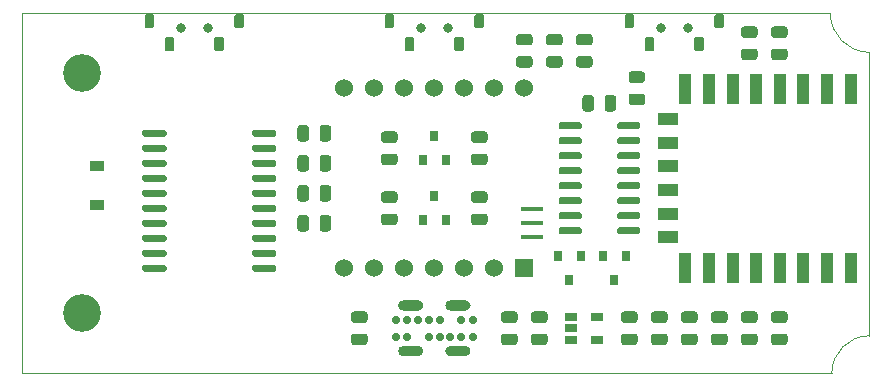
<source format=gbr>
%TF.GenerationSoftware,KiCad,Pcbnew,(5.1.6-0-10_14)*%
%TF.CreationDate,2021-03-31T22:59:44+02:00*%
%TF.ProjectId,wificlock,77696669-636c-46f6-936b-2e6b69636164,rev?*%
%TF.SameCoordinates,Original*%
%TF.FileFunction,Soldermask,Top*%
%TF.FilePolarity,Negative*%
%FSLAX46Y46*%
G04 Gerber Fmt 4.6, Leading zero omitted, Abs format (unit mm)*
G04 Created by KiCad (PCBNEW (5.1.6-0-10_14)) date 2021-03-31 22:59:44*
%MOMM*%
%LPD*%
G01*
G04 APERTURE LIST*
%TA.AperFunction,Profile*%
%ADD10C,0.100000*%
%TD*%
%ADD11C,0.700000*%
%ADD12R,1.200000X0.900000*%
%ADD13R,1.000000X2.500000*%
%ADD14R,1.800000X1.000000*%
%ADD15C,3.200000*%
%ADD16R,1.524000X1.524000*%
%ADD17C,1.524000*%
%ADD18R,1.900000X0.400000*%
%ADD19R,1.060000X0.650000*%
%ADD20C,0.800000*%
%ADD21R,0.800000X0.900000*%
G04 APERTURE END LIST*
D10*
X160655000Y-143510000D02*
G75*
G02*
X163830000Y-140335000I3175000J0D01*
G01*
X163830000Y-116332000D02*
G75*
G02*
X160528000Y-113030000I0J3302000D01*
G01*
X92075000Y-113030000D02*
X160528000Y-113030000D01*
X92075000Y-143510000D02*
X92075000Y-113030000D01*
X160655000Y-143510000D02*
X92075000Y-143510000D01*
X163830000Y-116332000D02*
X163830000Y-140335000D01*
D11*
%TO.C,J1*%
X127450000Y-139000000D03*
X126550000Y-140400000D03*
G36*
G01*
X123925000Y-141630000D02*
X123925000Y-141630000D01*
G75*
G02*
X124375000Y-141180000I450000J0D01*
G01*
X125625000Y-141180000D01*
G75*
G02*
X126075000Y-141630000I0J-450000D01*
G01*
X126075000Y-141630000D01*
G75*
G02*
X125625000Y-142080000I-450000J0D01*
G01*
X124375000Y-142080000D01*
G75*
G02*
X123925000Y-141630000I0J450000D01*
G01*
G37*
G36*
G01*
X127925000Y-141630000D02*
X127925000Y-141630000D01*
G75*
G02*
X128375000Y-141180000I450000J0D01*
G01*
X129625000Y-141180000D01*
G75*
G02*
X130075000Y-141630000I0J-450000D01*
G01*
X130075000Y-141630000D01*
G75*
G02*
X129625000Y-142080000I-450000J0D01*
G01*
X128375000Y-142080000D01*
G75*
G02*
X127925000Y-141630000I0J450000D01*
G01*
G37*
G36*
G01*
X127925000Y-137770000D02*
X127925000Y-137770000D01*
G75*
G02*
X128375000Y-137320000I450000J0D01*
G01*
X129625000Y-137320000D01*
G75*
G02*
X130075000Y-137770000I0J-450000D01*
G01*
X130075000Y-137770000D01*
G75*
G02*
X129625000Y-138220000I-450000J0D01*
G01*
X128375000Y-138220000D01*
G75*
G02*
X127925000Y-137770000I0J450000D01*
G01*
G37*
G36*
G01*
X123925000Y-137770000D02*
X123925000Y-137770000D01*
G75*
G02*
X124375000Y-137320000I450000J0D01*
G01*
X125625000Y-137320000D01*
G75*
G02*
X126075000Y-137770000I0J-450000D01*
G01*
X126075000Y-137770000D01*
G75*
G02*
X125625000Y-138220000I-450000J0D01*
G01*
X124375000Y-138220000D01*
G75*
G02*
X123925000Y-137770000I0J450000D01*
G01*
G37*
X130250000Y-139000000D03*
X129300000Y-139000000D03*
X130250000Y-140400000D03*
X129300000Y-140400000D03*
X128350000Y-140400000D03*
X127450000Y-140400000D03*
X124700000Y-140400000D03*
X123750000Y-140400000D03*
X126550000Y-139000000D03*
X125650000Y-139000000D03*
X124700000Y-139000000D03*
X123750000Y-139000000D03*
%TD*%
D12*
%TO.C,D1*%
X98425000Y-129285000D03*
X98425000Y-125985000D03*
%TD*%
D13*
%TO.C,U2*%
X162250000Y-119400000D03*
X160250000Y-119400000D03*
X158250000Y-119400000D03*
X156250000Y-119400000D03*
X154250000Y-119400000D03*
X152250000Y-119400000D03*
X150250000Y-119400000D03*
X148250000Y-119400000D03*
D14*
X146750000Y-122000000D03*
X146750000Y-124000000D03*
X146750000Y-126000000D03*
X146750000Y-128000000D03*
X146750000Y-130000000D03*
X146750000Y-132000000D03*
D13*
X148250000Y-134600000D03*
X150250000Y-134600000D03*
X152250000Y-134600000D03*
X154250000Y-134600000D03*
X156250000Y-134600000D03*
X158250000Y-134600000D03*
X160250000Y-134600000D03*
X162250000Y-134600000D03*
%TD*%
D15*
%TO.C,H2*%
X97155000Y-118110000D03*
%TD*%
%TO.C,H1*%
X97155000Y-138430000D03*
%TD*%
D16*
%TO.C,U5*%
X134620000Y-134620000D03*
D17*
X132080000Y-134620000D03*
X129540000Y-134620000D03*
X127000000Y-134620000D03*
X124460000Y-134620000D03*
X121920000Y-134620000D03*
X119380000Y-134620000D03*
X119380000Y-119380000D03*
X121920000Y-119380000D03*
X124460000Y-119380000D03*
X127000000Y-119380000D03*
X129540000Y-119380000D03*
X132080000Y-119380000D03*
X134620000Y-119380000D03*
%TD*%
D18*
%TO.C,Y1*%
X135255000Y-132010000D03*
X135255000Y-130810000D03*
X135255000Y-129610000D03*
%TD*%
%TO.C,U4*%
G36*
G01*
X102275000Y-123340000D02*
X102275000Y-123040000D01*
G75*
G02*
X102425000Y-122890000I150000J0D01*
G01*
X104175000Y-122890000D01*
G75*
G02*
X104325000Y-123040000I0J-150000D01*
G01*
X104325000Y-123340000D01*
G75*
G02*
X104175000Y-123490000I-150000J0D01*
G01*
X102425000Y-123490000D01*
G75*
G02*
X102275000Y-123340000I0J150000D01*
G01*
G37*
G36*
G01*
X102275000Y-124610000D02*
X102275000Y-124310000D01*
G75*
G02*
X102425000Y-124160000I150000J0D01*
G01*
X104175000Y-124160000D01*
G75*
G02*
X104325000Y-124310000I0J-150000D01*
G01*
X104325000Y-124610000D01*
G75*
G02*
X104175000Y-124760000I-150000J0D01*
G01*
X102425000Y-124760000D01*
G75*
G02*
X102275000Y-124610000I0J150000D01*
G01*
G37*
G36*
G01*
X102275000Y-125880000D02*
X102275000Y-125580000D01*
G75*
G02*
X102425000Y-125430000I150000J0D01*
G01*
X104175000Y-125430000D01*
G75*
G02*
X104325000Y-125580000I0J-150000D01*
G01*
X104325000Y-125880000D01*
G75*
G02*
X104175000Y-126030000I-150000J0D01*
G01*
X102425000Y-126030000D01*
G75*
G02*
X102275000Y-125880000I0J150000D01*
G01*
G37*
G36*
G01*
X102275000Y-127150000D02*
X102275000Y-126850000D01*
G75*
G02*
X102425000Y-126700000I150000J0D01*
G01*
X104175000Y-126700000D01*
G75*
G02*
X104325000Y-126850000I0J-150000D01*
G01*
X104325000Y-127150000D01*
G75*
G02*
X104175000Y-127300000I-150000J0D01*
G01*
X102425000Y-127300000D01*
G75*
G02*
X102275000Y-127150000I0J150000D01*
G01*
G37*
G36*
G01*
X102275000Y-128420000D02*
X102275000Y-128120000D01*
G75*
G02*
X102425000Y-127970000I150000J0D01*
G01*
X104175000Y-127970000D01*
G75*
G02*
X104325000Y-128120000I0J-150000D01*
G01*
X104325000Y-128420000D01*
G75*
G02*
X104175000Y-128570000I-150000J0D01*
G01*
X102425000Y-128570000D01*
G75*
G02*
X102275000Y-128420000I0J150000D01*
G01*
G37*
G36*
G01*
X102275000Y-129690000D02*
X102275000Y-129390000D01*
G75*
G02*
X102425000Y-129240000I150000J0D01*
G01*
X104175000Y-129240000D01*
G75*
G02*
X104325000Y-129390000I0J-150000D01*
G01*
X104325000Y-129690000D01*
G75*
G02*
X104175000Y-129840000I-150000J0D01*
G01*
X102425000Y-129840000D01*
G75*
G02*
X102275000Y-129690000I0J150000D01*
G01*
G37*
G36*
G01*
X102275000Y-130960000D02*
X102275000Y-130660000D01*
G75*
G02*
X102425000Y-130510000I150000J0D01*
G01*
X104175000Y-130510000D01*
G75*
G02*
X104325000Y-130660000I0J-150000D01*
G01*
X104325000Y-130960000D01*
G75*
G02*
X104175000Y-131110000I-150000J0D01*
G01*
X102425000Y-131110000D01*
G75*
G02*
X102275000Y-130960000I0J150000D01*
G01*
G37*
G36*
G01*
X102275000Y-132230000D02*
X102275000Y-131930000D01*
G75*
G02*
X102425000Y-131780000I150000J0D01*
G01*
X104175000Y-131780000D01*
G75*
G02*
X104325000Y-131930000I0J-150000D01*
G01*
X104325000Y-132230000D01*
G75*
G02*
X104175000Y-132380000I-150000J0D01*
G01*
X102425000Y-132380000D01*
G75*
G02*
X102275000Y-132230000I0J150000D01*
G01*
G37*
G36*
G01*
X102275000Y-133500000D02*
X102275000Y-133200000D01*
G75*
G02*
X102425000Y-133050000I150000J0D01*
G01*
X104175000Y-133050000D01*
G75*
G02*
X104325000Y-133200000I0J-150000D01*
G01*
X104325000Y-133500000D01*
G75*
G02*
X104175000Y-133650000I-150000J0D01*
G01*
X102425000Y-133650000D01*
G75*
G02*
X102275000Y-133500000I0J150000D01*
G01*
G37*
G36*
G01*
X102275000Y-134770000D02*
X102275000Y-134470000D01*
G75*
G02*
X102425000Y-134320000I150000J0D01*
G01*
X104175000Y-134320000D01*
G75*
G02*
X104325000Y-134470000I0J-150000D01*
G01*
X104325000Y-134770000D01*
G75*
G02*
X104175000Y-134920000I-150000J0D01*
G01*
X102425000Y-134920000D01*
G75*
G02*
X102275000Y-134770000I0J150000D01*
G01*
G37*
G36*
G01*
X111575000Y-134770000D02*
X111575000Y-134470000D01*
G75*
G02*
X111725000Y-134320000I150000J0D01*
G01*
X113475000Y-134320000D01*
G75*
G02*
X113625000Y-134470000I0J-150000D01*
G01*
X113625000Y-134770000D01*
G75*
G02*
X113475000Y-134920000I-150000J0D01*
G01*
X111725000Y-134920000D01*
G75*
G02*
X111575000Y-134770000I0J150000D01*
G01*
G37*
G36*
G01*
X111575000Y-133500000D02*
X111575000Y-133200000D01*
G75*
G02*
X111725000Y-133050000I150000J0D01*
G01*
X113475000Y-133050000D01*
G75*
G02*
X113625000Y-133200000I0J-150000D01*
G01*
X113625000Y-133500000D01*
G75*
G02*
X113475000Y-133650000I-150000J0D01*
G01*
X111725000Y-133650000D01*
G75*
G02*
X111575000Y-133500000I0J150000D01*
G01*
G37*
G36*
G01*
X111575000Y-132230000D02*
X111575000Y-131930000D01*
G75*
G02*
X111725000Y-131780000I150000J0D01*
G01*
X113475000Y-131780000D01*
G75*
G02*
X113625000Y-131930000I0J-150000D01*
G01*
X113625000Y-132230000D01*
G75*
G02*
X113475000Y-132380000I-150000J0D01*
G01*
X111725000Y-132380000D01*
G75*
G02*
X111575000Y-132230000I0J150000D01*
G01*
G37*
G36*
G01*
X111575000Y-130960000D02*
X111575000Y-130660000D01*
G75*
G02*
X111725000Y-130510000I150000J0D01*
G01*
X113475000Y-130510000D01*
G75*
G02*
X113625000Y-130660000I0J-150000D01*
G01*
X113625000Y-130960000D01*
G75*
G02*
X113475000Y-131110000I-150000J0D01*
G01*
X111725000Y-131110000D01*
G75*
G02*
X111575000Y-130960000I0J150000D01*
G01*
G37*
G36*
G01*
X111575000Y-129690000D02*
X111575000Y-129390000D01*
G75*
G02*
X111725000Y-129240000I150000J0D01*
G01*
X113475000Y-129240000D01*
G75*
G02*
X113625000Y-129390000I0J-150000D01*
G01*
X113625000Y-129690000D01*
G75*
G02*
X113475000Y-129840000I-150000J0D01*
G01*
X111725000Y-129840000D01*
G75*
G02*
X111575000Y-129690000I0J150000D01*
G01*
G37*
G36*
G01*
X111575000Y-128420000D02*
X111575000Y-128120000D01*
G75*
G02*
X111725000Y-127970000I150000J0D01*
G01*
X113475000Y-127970000D01*
G75*
G02*
X113625000Y-128120000I0J-150000D01*
G01*
X113625000Y-128420000D01*
G75*
G02*
X113475000Y-128570000I-150000J0D01*
G01*
X111725000Y-128570000D01*
G75*
G02*
X111575000Y-128420000I0J150000D01*
G01*
G37*
G36*
G01*
X111575000Y-127150000D02*
X111575000Y-126850000D01*
G75*
G02*
X111725000Y-126700000I150000J0D01*
G01*
X113475000Y-126700000D01*
G75*
G02*
X113625000Y-126850000I0J-150000D01*
G01*
X113625000Y-127150000D01*
G75*
G02*
X113475000Y-127300000I-150000J0D01*
G01*
X111725000Y-127300000D01*
G75*
G02*
X111575000Y-127150000I0J150000D01*
G01*
G37*
G36*
G01*
X111575000Y-125880000D02*
X111575000Y-125580000D01*
G75*
G02*
X111725000Y-125430000I150000J0D01*
G01*
X113475000Y-125430000D01*
G75*
G02*
X113625000Y-125580000I0J-150000D01*
G01*
X113625000Y-125880000D01*
G75*
G02*
X113475000Y-126030000I-150000J0D01*
G01*
X111725000Y-126030000D01*
G75*
G02*
X111575000Y-125880000I0J150000D01*
G01*
G37*
G36*
G01*
X111575000Y-124610000D02*
X111575000Y-124310000D01*
G75*
G02*
X111725000Y-124160000I150000J0D01*
G01*
X113475000Y-124160000D01*
G75*
G02*
X113625000Y-124310000I0J-150000D01*
G01*
X113625000Y-124610000D01*
G75*
G02*
X113475000Y-124760000I-150000J0D01*
G01*
X111725000Y-124760000D01*
G75*
G02*
X111575000Y-124610000I0J150000D01*
G01*
G37*
G36*
G01*
X111575000Y-123340000D02*
X111575000Y-123040000D01*
G75*
G02*
X111725000Y-122890000I150000J0D01*
G01*
X113475000Y-122890000D01*
G75*
G02*
X113625000Y-123040000I0J-150000D01*
G01*
X113625000Y-123340000D01*
G75*
G02*
X113475000Y-123490000I-150000J0D01*
G01*
X111725000Y-123490000D01*
G75*
G02*
X111575000Y-123340000I0J150000D01*
G01*
G37*
%TD*%
D19*
%TO.C,U3*%
X138600000Y-138750000D03*
X138600000Y-139700000D03*
X138600000Y-140650000D03*
X140800000Y-140650000D03*
X140800000Y-138750000D03*
%TD*%
%TO.C,U1*%
G36*
G01*
X137520000Y-122705000D02*
X137520000Y-122405000D01*
G75*
G02*
X137670000Y-122255000I150000J0D01*
G01*
X139320000Y-122255000D01*
G75*
G02*
X139470000Y-122405000I0J-150000D01*
G01*
X139470000Y-122705000D01*
G75*
G02*
X139320000Y-122855000I-150000J0D01*
G01*
X137670000Y-122855000D01*
G75*
G02*
X137520000Y-122705000I0J150000D01*
G01*
G37*
G36*
G01*
X137520000Y-123975000D02*
X137520000Y-123675000D01*
G75*
G02*
X137670000Y-123525000I150000J0D01*
G01*
X139320000Y-123525000D01*
G75*
G02*
X139470000Y-123675000I0J-150000D01*
G01*
X139470000Y-123975000D01*
G75*
G02*
X139320000Y-124125000I-150000J0D01*
G01*
X137670000Y-124125000D01*
G75*
G02*
X137520000Y-123975000I0J150000D01*
G01*
G37*
G36*
G01*
X137520000Y-125245000D02*
X137520000Y-124945000D01*
G75*
G02*
X137670000Y-124795000I150000J0D01*
G01*
X139320000Y-124795000D01*
G75*
G02*
X139470000Y-124945000I0J-150000D01*
G01*
X139470000Y-125245000D01*
G75*
G02*
X139320000Y-125395000I-150000J0D01*
G01*
X137670000Y-125395000D01*
G75*
G02*
X137520000Y-125245000I0J150000D01*
G01*
G37*
G36*
G01*
X137520000Y-126515000D02*
X137520000Y-126215000D01*
G75*
G02*
X137670000Y-126065000I150000J0D01*
G01*
X139320000Y-126065000D01*
G75*
G02*
X139470000Y-126215000I0J-150000D01*
G01*
X139470000Y-126515000D01*
G75*
G02*
X139320000Y-126665000I-150000J0D01*
G01*
X137670000Y-126665000D01*
G75*
G02*
X137520000Y-126515000I0J150000D01*
G01*
G37*
G36*
G01*
X137520000Y-127785000D02*
X137520000Y-127485000D01*
G75*
G02*
X137670000Y-127335000I150000J0D01*
G01*
X139320000Y-127335000D01*
G75*
G02*
X139470000Y-127485000I0J-150000D01*
G01*
X139470000Y-127785000D01*
G75*
G02*
X139320000Y-127935000I-150000J0D01*
G01*
X137670000Y-127935000D01*
G75*
G02*
X137520000Y-127785000I0J150000D01*
G01*
G37*
G36*
G01*
X137520000Y-129055000D02*
X137520000Y-128755000D01*
G75*
G02*
X137670000Y-128605000I150000J0D01*
G01*
X139320000Y-128605000D01*
G75*
G02*
X139470000Y-128755000I0J-150000D01*
G01*
X139470000Y-129055000D01*
G75*
G02*
X139320000Y-129205000I-150000J0D01*
G01*
X137670000Y-129205000D01*
G75*
G02*
X137520000Y-129055000I0J150000D01*
G01*
G37*
G36*
G01*
X137520000Y-130325000D02*
X137520000Y-130025000D01*
G75*
G02*
X137670000Y-129875000I150000J0D01*
G01*
X139320000Y-129875000D01*
G75*
G02*
X139470000Y-130025000I0J-150000D01*
G01*
X139470000Y-130325000D01*
G75*
G02*
X139320000Y-130475000I-150000J0D01*
G01*
X137670000Y-130475000D01*
G75*
G02*
X137520000Y-130325000I0J150000D01*
G01*
G37*
G36*
G01*
X137520000Y-131595000D02*
X137520000Y-131295000D01*
G75*
G02*
X137670000Y-131145000I150000J0D01*
G01*
X139320000Y-131145000D01*
G75*
G02*
X139470000Y-131295000I0J-150000D01*
G01*
X139470000Y-131595000D01*
G75*
G02*
X139320000Y-131745000I-150000J0D01*
G01*
X137670000Y-131745000D01*
G75*
G02*
X137520000Y-131595000I0J150000D01*
G01*
G37*
G36*
G01*
X142470000Y-131595000D02*
X142470000Y-131295000D01*
G75*
G02*
X142620000Y-131145000I150000J0D01*
G01*
X144270000Y-131145000D01*
G75*
G02*
X144420000Y-131295000I0J-150000D01*
G01*
X144420000Y-131595000D01*
G75*
G02*
X144270000Y-131745000I-150000J0D01*
G01*
X142620000Y-131745000D01*
G75*
G02*
X142470000Y-131595000I0J150000D01*
G01*
G37*
G36*
G01*
X142470000Y-130325000D02*
X142470000Y-130025000D01*
G75*
G02*
X142620000Y-129875000I150000J0D01*
G01*
X144270000Y-129875000D01*
G75*
G02*
X144420000Y-130025000I0J-150000D01*
G01*
X144420000Y-130325000D01*
G75*
G02*
X144270000Y-130475000I-150000J0D01*
G01*
X142620000Y-130475000D01*
G75*
G02*
X142470000Y-130325000I0J150000D01*
G01*
G37*
G36*
G01*
X142470000Y-129055000D02*
X142470000Y-128755000D01*
G75*
G02*
X142620000Y-128605000I150000J0D01*
G01*
X144270000Y-128605000D01*
G75*
G02*
X144420000Y-128755000I0J-150000D01*
G01*
X144420000Y-129055000D01*
G75*
G02*
X144270000Y-129205000I-150000J0D01*
G01*
X142620000Y-129205000D01*
G75*
G02*
X142470000Y-129055000I0J150000D01*
G01*
G37*
G36*
G01*
X142470000Y-127785000D02*
X142470000Y-127485000D01*
G75*
G02*
X142620000Y-127335000I150000J0D01*
G01*
X144270000Y-127335000D01*
G75*
G02*
X144420000Y-127485000I0J-150000D01*
G01*
X144420000Y-127785000D01*
G75*
G02*
X144270000Y-127935000I-150000J0D01*
G01*
X142620000Y-127935000D01*
G75*
G02*
X142470000Y-127785000I0J150000D01*
G01*
G37*
G36*
G01*
X142470000Y-126515000D02*
X142470000Y-126215000D01*
G75*
G02*
X142620000Y-126065000I150000J0D01*
G01*
X144270000Y-126065000D01*
G75*
G02*
X144420000Y-126215000I0J-150000D01*
G01*
X144420000Y-126515000D01*
G75*
G02*
X144270000Y-126665000I-150000J0D01*
G01*
X142620000Y-126665000D01*
G75*
G02*
X142470000Y-126515000I0J150000D01*
G01*
G37*
G36*
G01*
X142470000Y-125245000D02*
X142470000Y-124945000D01*
G75*
G02*
X142620000Y-124795000I150000J0D01*
G01*
X144270000Y-124795000D01*
G75*
G02*
X144420000Y-124945000I0J-150000D01*
G01*
X144420000Y-125245000D01*
G75*
G02*
X144270000Y-125395000I-150000J0D01*
G01*
X142620000Y-125395000D01*
G75*
G02*
X142470000Y-125245000I0J150000D01*
G01*
G37*
G36*
G01*
X142470000Y-123975000D02*
X142470000Y-123675000D01*
G75*
G02*
X142620000Y-123525000I150000J0D01*
G01*
X144270000Y-123525000D01*
G75*
G02*
X144420000Y-123675000I0J-150000D01*
G01*
X144420000Y-123975000D01*
G75*
G02*
X144270000Y-124125000I-150000J0D01*
G01*
X142620000Y-124125000D01*
G75*
G02*
X142470000Y-123975000I0J150000D01*
G01*
G37*
G36*
G01*
X142470000Y-122705000D02*
X142470000Y-122405000D01*
G75*
G02*
X142620000Y-122255000I150000J0D01*
G01*
X144270000Y-122255000D01*
G75*
G02*
X144420000Y-122405000I0J-150000D01*
G01*
X144420000Y-122705000D01*
G75*
G02*
X144270000Y-122855000I-150000J0D01*
G01*
X142620000Y-122855000D01*
G75*
G02*
X142470000Y-122705000I0J150000D01*
G01*
G37*
%TD*%
D20*
%TO.C,SW3*%
X146170000Y-114300000D03*
X148470000Y-114300000D03*
G36*
G01*
X144820000Y-116150000D02*
X144820000Y-115150000D01*
G75*
G02*
X144920000Y-115050000I100000J0D01*
G01*
X145520000Y-115050000D01*
G75*
G02*
X145620000Y-115150000I0J-100000D01*
G01*
X145620000Y-116150000D01*
G75*
G02*
X145520000Y-116250000I-100000J0D01*
G01*
X144920000Y-116250000D01*
G75*
G02*
X144820000Y-116150000I0J100000D01*
G01*
G37*
G36*
G01*
X149020000Y-116150000D02*
X149020000Y-115150000D01*
G75*
G02*
X149120000Y-115050000I100000J0D01*
G01*
X149720000Y-115050000D01*
G75*
G02*
X149820000Y-115150000I0J-100000D01*
G01*
X149820000Y-116150000D01*
G75*
G02*
X149720000Y-116250000I-100000J0D01*
G01*
X149120000Y-116250000D01*
G75*
G02*
X149020000Y-116150000I0J100000D01*
G01*
G37*
G36*
G01*
X143120000Y-114166400D02*
X143120000Y-113233600D01*
G75*
G02*
X143253600Y-113100000I133600J0D01*
G01*
X143786400Y-113100000D01*
G75*
G02*
X143920000Y-113233600I0J-133600D01*
G01*
X143920000Y-114166400D01*
G75*
G02*
X143786400Y-114300000I-133600J0D01*
G01*
X143253600Y-114300000D01*
G75*
G02*
X143120000Y-114166400I0J133600D01*
G01*
G37*
G36*
G01*
X150720000Y-114166400D02*
X150720000Y-113233600D01*
G75*
G02*
X150853600Y-113100000I133600J0D01*
G01*
X151386400Y-113100000D01*
G75*
G02*
X151520000Y-113233600I0J-133600D01*
G01*
X151520000Y-114166400D01*
G75*
G02*
X151386400Y-114300000I-133600J0D01*
G01*
X150853600Y-114300000D01*
G75*
G02*
X150720000Y-114166400I0J133600D01*
G01*
G37*
%TD*%
%TO.C,SW2*%
X125850000Y-114300000D03*
X128150000Y-114300000D03*
G36*
G01*
X124500000Y-116150000D02*
X124500000Y-115150000D01*
G75*
G02*
X124600000Y-115050000I100000J0D01*
G01*
X125200000Y-115050000D01*
G75*
G02*
X125300000Y-115150000I0J-100000D01*
G01*
X125300000Y-116150000D01*
G75*
G02*
X125200000Y-116250000I-100000J0D01*
G01*
X124600000Y-116250000D01*
G75*
G02*
X124500000Y-116150000I0J100000D01*
G01*
G37*
G36*
G01*
X128700000Y-116150000D02*
X128700000Y-115150000D01*
G75*
G02*
X128800000Y-115050000I100000J0D01*
G01*
X129400000Y-115050000D01*
G75*
G02*
X129500000Y-115150000I0J-100000D01*
G01*
X129500000Y-116150000D01*
G75*
G02*
X129400000Y-116250000I-100000J0D01*
G01*
X128800000Y-116250000D01*
G75*
G02*
X128700000Y-116150000I0J100000D01*
G01*
G37*
G36*
G01*
X122800000Y-114166400D02*
X122800000Y-113233600D01*
G75*
G02*
X122933600Y-113100000I133600J0D01*
G01*
X123466400Y-113100000D01*
G75*
G02*
X123600000Y-113233600I0J-133600D01*
G01*
X123600000Y-114166400D01*
G75*
G02*
X123466400Y-114300000I-133600J0D01*
G01*
X122933600Y-114300000D01*
G75*
G02*
X122800000Y-114166400I0J133600D01*
G01*
G37*
G36*
G01*
X130400000Y-114166400D02*
X130400000Y-113233600D01*
G75*
G02*
X130533600Y-113100000I133600J0D01*
G01*
X131066400Y-113100000D01*
G75*
G02*
X131200000Y-113233600I0J-133600D01*
G01*
X131200000Y-114166400D01*
G75*
G02*
X131066400Y-114300000I-133600J0D01*
G01*
X130533600Y-114300000D01*
G75*
G02*
X130400000Y-114166400I0J133600D01*
G01*
G37*
%TD*%
%TO.C,SW1*%
X105530000Y-114300000D03*
X107830000Y-114300000D03*
G36*
G01*
X104180000Y-116150000D02*
X104180000Y-115150000D01*
G75*
G02*
X104280000Y-115050000I100000J0D01*
G01*
X104880000Y-115050000D01*
G75*
G02*
X104980000Y-115150000I0J-100000D01*
G01*
X104980000Y-116150000D01*
G75*
G02*
X104880000Y-116250000I-100000J0D01*
G01*
X104280000Y-116250000D01*
G75*
G02*
X104180000Y-116150000I0J100000D01*
G01*
G37*
G36*
G01*
X108380000Y-116150000D02*
X108380000Y-115150000D01*
G75*
G02*
X108480000Y-115050000I100000J0D01*
G01*
X109080000Y-115050000D01*
G75*
G02*
X109180000Y-115150000I0J-100000D01*
G01*
X109180000Y-116150000D01*
G75*
G02*
X109080000Y-116250000I-100000J0D01*
G01*
X108480000Y-116250000D01*
G75*
G02*
X108380000Y-116150000I0J100000D01*
G01*
G37*
G36*
G01*
X102480000Y-114166400D02*
X102480000Y-113233600D01*
G75*
G02*
X102613600Y-113100000I133600J0D01*
G01*
X103146400Y-113100000D01*
G75*
G02*
X103280000Y-113233600I0J-133600D01*
G01*
X103280000Y-114166400D01*
G75*
G02*
X103146400Y-114300000I-133600J0D01*
G01*
X102613600Y-114300000D01*
G75*
G02*
X102480000Y-114166400I0J133600D01*
G01*
G37*
G36*
G01*
X110080000Y-114166400D02*
X110080000Y-113233600D01*
G75*
G02*
X110213600Y-113100000I133600J0D01*
G01*
X110746400Y-113100000D01*
G75*
G02*
X110880000Y-113233600I0J-133600D01*
G01*
X110880000Y-114166400D01*
G75*
G02*
X110746400Y-114300000I-133600J0D01*
G01*
X110213600Y-114300000D01*
G75*
G02*
X110080000Y-114166400I0J133600D01*
G01*
G37*
%TD*%
%TO.C,R16*%
G36*
G01*
X115415000Y-131266250D02*
X115415000Y-130353750D01*
G75*
G02*
X115658750Y-130110000I243750J0D01*
G01*
X116146250Y-130110000D01*
G75*
G02*
X116390000Y-130353750I0J-243750D01*
G01*
X116390000Y-131266250D01*
G75*
G02*
X116146250Y-131510000I-243750J0D01*
G01*
X115658750Y-131510000D01*
G75*
G02*
X115415000Y-131266250I0J243750D01*
G01*
G37*
G36*
G01*
X117290000Y-131266250D02*
X117290000Y-130353750D01*
G75*
G02*
X117533750Y-130110000I243750J0D01*
G01*
X118021250Y-130110000D01*
G75*
G02*
X118265000Y-130353750I0J-243750D01*
G01*
X118265000Y-131266250D01*
G75*
G02*
X118021250Y-131510000I-243750J0D01*
G01*
X117533750Y-131510000D01*
G75*
G02*
X117290000Y-131266250I0J243750D01*
G01*
G37*
%TD*%
%TO.C,R15*%
G36*
G01*
X115415000Y-128726250D02*
X115415000Y-127813750D01*
G75*
G02*
X115658750Y-127570000I243750J0D01*
G01*
X116146250Y-127570000D01*
G75*
G02*
X116390000Y-127813750I0J-243750D01*
G01*
X116390000Y-128726250D01*
G75*
G02*
X116146250Y-128970000I-243750J0D01*
G01*
X115658750Y-128970000D01*
G75*
G02*
X115415000Y-128726250I0J243750D01*
G01*
G37*
G36*
G01*
X117290000Y-128726250D02*
X117290000Y-127813750D01*
G75*
G02*
X117533750Y-127570000I243750J0D01*
G01*
X118021250Y-127570000D01*
G75*
G02*
X118265000Y-127813750I0J-243750D01*
G01*
X118265000Y-128726250D01*
G75*
G02*
X118021250Y-128970000I-243750J0D01*
G01*
X117533750Y-128970000D01*
G75*
G02*
X117290000Y-128726250I0J243750D01*
G01*
G37*
%TD*%
%TO.C,R14*%
G36*
G01*
X123646250Y-130965000D02*
X122733750Y-130965000D01*
G75*
G02*
X122490000Y-130721250I0J243750D01*
G01*
X122490000Y-130233750D01*
G75*
G02*
X122733750Y-129990000I243750J0D01*
G01*
X123646250Y-129990000D01*
G75*
G02*
X123890000Y-130233750I0J-243750D01*
G01*
X123890000Y-130721250D01*
G75*
G02*
X123646250Y-130965000I-243750J0D01*
G01*
G37*
G36*
G01*
X123646250Y-129090000D02*
X122733750Y-129090000D01*
G75*
G02*
X122490000Y-128846250I0J243750D01*
G01*
X122490000Y-128358750D01*
G75*
G02*
X122733750Y-128115000I243750J0D01*
G01*
X123646250Y-128115000D01*
G75*
G02*
X123890000Y-128358750I0J-243750D01*
G01*
X123890000Y-128846250D01*
G75*
G02*
X123646250Y-129090000I-243750J0D01*
G01*
G37*
%TD*%
%TO.C,R13*%
G36*
G01*
X122733750Y-123035000D02*
X123646250Y-123035000D01*
G75*
G02*
X123890000Y-123278750I0J-243750D01*
G01*
X123890000Y-123766250D01*
G75*
G02*
X123646250Y-124010000I-243750J0D01*
G01*
X122733750Y-124010000D01*
G75*
G02*
X122490000Y-123766250I0J243750D01*
G01*
X122490000Y-123278750D01*
G75*
G02*
X122733750Y-123035000I243750J0D01*
G01*
G37*
G36*
G01*
X122733750Y-124910000D02*
X123646250Y-124910000D01*
G75*
G02*
X123890000Y-125153750I0J-243750D01*
G01*
X123890000Y-125641250D01*
G75*
G02*
X123646250Y-125885000I-243750J0D01*
G01*
X122733750Y-125885000D01*
G75*
G02*
X122490000Y-125641250I0J243750D01*
G01*
X122490000Y-125153750D01*
G75*
G02*
X122733750Y-124910000I243750J0D01*
G01*
G37*
%TD*%
%TO.C,R12*%
G36*
G01*
X130353750Y-128115000D02*
X131266250Y-128115000D01*
G75*
G02*
X131510000Y-128358750I0J-243750D01*
G01*
X131510000Y-128846250D01*
G75*
G02*
X131266250Y-129090000I-243750J0D01*
G01*
X130353750Y-129090000D01*
G75*
G02*
X130110000Y-128846250I0J243750D01*
G01*
X130110000Y-128358750D01*
G75*
G02*
X130353750Y-128115000I243750J0D01*
G01*
G37*
G36*
G01*
X130353750Y-129990000D02*
X131266250Y-129990000D01*
G75*
G02*
X131510000Y-130233750I0J-243750D01*
G01*
X131510000Y-130721250D01*
G75*
G02*
X131266250Y-130965000I-243750J0D01*
G01*
X130353750Y-130965000D01*
G75*
G02*
X130110000Y-130721250I0J243750D01*
G01*
X130110000Y-130233750D01*
G75*
G02*
X130353750Y-129990000I243750J0D01*
G01*
G37*
%TD*%
%TO.C,R11*%
G36*
G01*
X130353750Y-123035000D02*
X131266250Y-123035000D01*
G75*
G02*
X131510000Y-123278750I0J-243750D01*
G01*
X131510000Y-123766250D01*
G75*
G02*
X131266250Y-124010000I-243750J0D01*
G01*
X130353750Y-124010000D01*
G75*
G02*
X130110000Y-123766250I0J243750D01*
G01*
X130110000Y-123278750D01*
G75*
G02*
X130353750Y-123035000I243750J0D01*
G01*
G37*
G36*
G01*
X130353750Y-124910000D02*
X131266250Y-124910000D01*
G75*
G02*
X131510000Y-125153750I0J-243750D01*
G01*
X131510000Y-125641250D01*
G75*
G02*
X131266250Y-125885000I-243750J0D01*
G01*
X130353750Y-125885000D01*
G75*
G02*
X130110000Y-125641250I0J243750D01*
G01*
X130110000Y-125153750D01*
G75*
G02*
X130353750Y-124910000I243750J0D01*
G01*
G37*
%TD*%
%TO.C,R10*%
G36*
G01*
X115415000Y-126186250D02*
X115415000Y-125273750D01*
G75*
G02*
X115658750Y-125030000I243750J0D01*
G01*
X116146250Y-125030000D01*
G75*
G02*
X116390000Y-125273750I0J-243750D01*
G01*
X116390000Y-126186250D01*
G75*
G02*
X116146250Y-126430000I-243750J0D01*
G01*
X115658750Y-126430000D01*
G75*
G02*
X115415000Y-126186250I0J243750D01*
G01*
G37*
G36*
G01*
X117290000Y-126186250D02*
X117290000Y-125273750D01*
G75*
G02*
X117533750Y-125030000I243750J0D01*
G01*
X118021250Y-125030000D01*
G75*
G02*
X118265000Y-125273750I0J-243750D01*
G01*
X118265000Y-126186250D01*
G75*
G02*
X118021250Y-126430000I-243750J0D01*
G01*
X117533750Y-126430000D01*
G75*
G02*
X117290000Y-126186250I0J243750D01*
G01*
G37*
%TD*%
%TO.C,R9*%
G36*
G01*
X145593750Y-138275000D02*
X146506250Y-138275000D01*
G75*
G02*
X146750000Y-138518750I0J-243750D01*
G01*
X146750000Y-139006250D01*
G75*
G02*
X146506250Y-139250000I-243750J0D01*
G01*
X145593750Y-139250000D01*
G75*
G02*
X145350000Y-139006250I0J243750D01*
G01*
X145350000Y-138518750D01*
G75*
G02*
X145593750Y-138275000I243750J0D01*
G01*
G37*
G36*
G01*
X145593750Y-140150000D02*
X146506250Y-140150000D01*
G75*
G02*
X146750000Y-140393750I0J-243750D01*
G01*
X146750000Y-140881250D01*
G75*
G02*
X146506250Y-141125000I-243750J0D01*
G01*
X145593750Y-141125000D01*
G75*
G02*
X145350000Y-140881250I0J243750D01*
G01*
X145350000Y-140393750D01*
G75*
G02*
X145593750Y-140150000I243750J0D01*
G01*
G37*
%TD*%
%TO.C,R8*%
G36*
G01*
X149046250Y-141125000D02*
X148133750Y-141125000D01*
G75*
G02*
X147890000Y-140881250I0J243750D01*
G01*
X147890000Y-140393750D01*
G75*
G02*
X148133750Y-140150000I243750J0D01*
G01*
X149046250Y-140150000D01*
G75*
G02*
X149290000Y-140393750I0J-243750D01*
G01*
X149290000Y-140881250D01*
G75*
G02*
X149046250Y-141125000I-243750J0D01*
G01*
G37*
G36*
G01*
X149046250Y-139250000D02*
X148133750Y-139250000D01*
G75*
G02*
X147890000Y-139006250I0J243750D01*
G01*
X147890000Y-138518750D01*
G75*
G02*
X148133750Y-138275000I243750J0D01*
G01*
X149046250Y-138275000D01*
G75*
G02*
X149290000Y-138518750I0J-243750D01*
G01*
X149290000Y-139006250D01*
G75*
G02*
X149046250Y-139250000I-243750J0D01*
G01*
G37*
%TD*%
%TO.C,R7*%
G36*
G01*
X151586250Y-141125000D02*
X150673750Y-141125000D01*
G75*
G02*
X150430000Y-140881250I0J243750D01*
G01*
X150430000Y-140393750D01*
G75*
G02*
X150673750Y-140150000I243750J0D01*
G01*
X151586250Y-140150000D01*
G75*
G02*
X151830000Y-140393750I0J-243750D01*
G01*
X151830000Y-140881250D01*
G75*
G02*
X151586250Y-141125000I-243750J0D01*
G01*
G37*
G36*
G01*
X151586250Y-139250000D02*
X150673750Y-139250000D01*
G75*
G02*
X150430000Y-139006250I0J243750D01*
G01*
X150430000Y-138518750D01*
G75*
G02*
X150673750Y-138275000I243750J0D01*
G01*
X151586250Y-138275000D01*
G75*
G02*
X151830000Y-138518750I0J-243750D01*
G01*
X151830000Y-139006250D01*
G75*
G02*
X151586250Y-139250000I-243750J0D01*
G01*
G37*
%TD*%
%TO.C,R6*%
G36*
G01*
X153213750Y-114145000D02*
X154126250Y-114145000D01*
G75*
G02*
X154370000Y-114388750I0J-243750D01*
G01*
X154370000Y-114876250D01*
G75*
G02*
X154126250Y-115120000I-243750J0D01*
G01*
X153213750Y-115120000D01*
G75*
G02*
X152970000Y-114876250I0J243750D01*
G01*
X152970000Y-114388750D01*
G75*
G02*
X153213750Y-114145000I243750J0D01*
G01*
G37*
G36*
G01*
X153213750Y-116020000D02*
X154126250Y-116020000D01*
G75*
G02*
X154370000Y-116263750I0J-243750D01*
G01*
X154370000Y-116751250D01*
G75*
G02*
X154126250Y-116995000I-243750J0D01*
G01*
X153213750Y-116995000D01*
G75*
G02*
X152970000Y-116751250I0J243750D01*
G01*
X152970000Y-116263750D01*
G75*
G02*
X153213750Y-116020000I243750J0D01*
G01*
G37*
%TD*%
%TO.C,R5*%
G36*
G01*
X155753750Y-114145000D02*
X156666250Y-114145000D01*
G75*
G02*
X156910000Y-114388750I0J-243750D01*
G01*
X156910000Y-114876250D01*
G75*
G02*
X156666250Y-115120000I-243750J0D01*
G01*
X155753750Y-115120000D01*
G75*
G02*
X155510000Y-114876250I0J243750D01*
G01*
X155510000Y-114388750D01*
G75*
G02*
X155753750Y-114145000I243750J0D01*
G01*
G37*
G36*
G01*
X155753750Y-116020000D02*
X156666250Y-116020000D01*
G75*
G02*
X156910000Y-116263750I0J-243750D01*
G01*
X156910000Y-116751250D01*
G75*
G02*
X156666250Y-116995000I-243750J0D01*
G01*
X155753750Y-116995000D01*
G75*
G02*
X155510000Y-116751250I0J243750D01*
G01*
X155510000Y-116263750D01*
G75*
G02*
X155753750Y-116020000I243750J0D01*
G01*
G37*
%TD*%
%TO.C,R4*%
G36*
G01*
X156666250Y-141125000D02*
X155753750Y-141125000D01*
G75*
G02*
X155510000Y-140881250I0J243750D01*
G01*
X155510000Y-140393750D01*
G75*
G02*
X155753750Y-140150000I243750J0D01*
G01*
X156666250Y-140150000D01*
G75*
G02*
X156910000Y-140393750I0J-243750D01*
G01*
X156910000Y-140881250D01*
G75*
G02*
X156666250Y-141125000I-243750J0D01*
G01*
G37*
G36*
G01*
X156666250Y-139250000D02*
X155753750Y-139250000D01*
G75*
G02*
X155510000Y-139006250I0J243750D01*
G01*
X155510000Y-138518750D01*
G75*
G02*
X155753750Y-138275000I243750J0D01*
G01*
X156666250Y-138275000D01*
G75*
G02*
X156910000Y-138518750I0J-243750D01*
G01*
X156910000Y-139006250D01*
G75*
G02*
X156666250Y-139250000I-243750J0D01*
G01*
G37*
%TD*%
%TO.C,R3*%
G36*
G01*
X132893750Y-138275000D02*
X133806250Y-138275000D01*
G75*
G02*
X134050000Y-138518750I0J-243750D01*
G01*
X134050000Y-139006250D01*
G75*
G02*
X133806250Y-139250000I-243750J0D01*
G01*
X132893750Y-139250000D01*
G75*
G02*
X132650000Y-139006250I0J243750D01*
G01*
X132650000Y-138518750D01*
G75*
G02*
X132893750Y-138275000I243750J0D01*
G01*
G37*
G36*
G01*
X132893750Y-140150000D02*
X133806250Y-140150000D01*
G75*
G02*
X134050000Y-140393750I0J-243750D01*
G01*
X134050000Y-140881250D01*
G75*
G02*
X133806250Y-141125000I-243750J0D01*
G01*
X132893750Y-141125000D01*
G75*
G02*
X132650000Y-140881250I0J243750D01*
G01*
X132650000Y-140393750D01*
G75*
G02*
X132893750Y-140150000I243750J0D01*
G01*
G37*
%TD*%
%TO.C,R2*%
G36*
G01*
X153213750Y-138275000D02*
X154126250Y-138275000D01*
G75*
G02*
X154370000Y-138518750I0J-243750D01*
G01*
X154370000Y-139006250D01*
G75*
G02*
X154126250Y-139250000I-243750J0D01*
G01*
X153213750Y-139250000D01*
G75*
G02*
X152970000Y-139006250I0J243750D01*
G01*
X152970000Y-138518750D01*
G75*
G02*
X153213750Y-138275000I243750J0D01*
G01*
G37*
G36*
G01*
X153213750Y-140150000D02*
X154126250Y-140150000D01*
G75*
G02*
X154370000Y-140393750I0J-243750D01*
G01*
X154370000Y-140881250D01*
G75*
G02*
X154126250Y-141125000I-243750J0D01*
G01*
X153213750Y-141125000D01*
G75*
G02*
X152970000Y-140881250I0J243750D01*
G01*
X152970000Y-140393750D01*
G75*
G02*
X153213750Y-140150000I243750J0D01*
G01*
G37*
%TD*%
%TO.C,R1*%
G36*
G01*
X121106250Y-141125000D02*
X120193750Y-141125000D01*
G75*
G02*
X119950000Y-140881250I0J243750D01*
G01*
X119950000Y-140393750D01*
G75*
G02*
X120193750Y-140150000I243750J0D01*
G01*
X121106250Y-140150000D01*
G75*
G02*
X121350000Y-140393750I0J-243750D01*
G01*
X121350000Y-140881250D01*
G75*
G02*
X121106250Y-141125000I-243750J0D01*
G01*
G37*
G36*
G01*
X121106250Y-139250000D02*
X120193750Y-139250000D01*
G75*
G02*
X119950000Y-139006250I0J243750D01*
G01*
X119950000Y-138518750D01*
G75*
G02*
X120193750Y-138275000I243750J0D01*
G01*
X121106250Y-138275000D01*
G75*
G02*
X121350000Y-138518750I0J-243750D01*
G01*
X121350000Y-139006250D01*
G75*
G02*
X121106250Y-139250000I-243750J0D01*
G01*
G37*
%TD*%
D21*
%TO.C,Q4*%
X126050000Y-130540000D03*
X127950000Y-130540000D03*
X127000000Y-128540000D03*
%TD*%
%TO.C,Q3*%
X126050000Y-125460000D03*
X127950000Y-125460000D03*
X127000000Y-123460000D03*
%TD*%
%TO.C,Q2*%
X143190000Y-133620000D03*
X141290000Y-133620000D03*
X142240000Y-135620000D03*
%TD*%
%TO.C,Q1*%
X139380000Y-133620000D03*
X137480000Y-133620000D03*
X138430000Y-135620000D03*
%TD*%
%TO.C,C8*%
G36*
G01*
X115415000Y-123646250D02*
X115415000Y-122733750D01*
G75*
G02*
X115658750Y-122490000I243750J0D01*
G01*
X116146250Y-122490000D01*
G75*
G02*
X116390000Y-122733750I0J-243750D01*
G01*
X116390000Y-123646250D01*
G75*
G02*
X116146250Y-123890000I-243750J0D01*
G01*
X115658750Y-123890000D01*
G75*
G02*
X115415000Y-123646250I0J243750D01*
G01*
G37*
G36*
G01*
X117290000Y-123646250D02*
X117290000Y-122733750D01*
G75*
G02*
X117533750Y-122490000I243750J0D01*
G01*
X118021250Y-122490000D01*
G75*
G02*
X118265000Y-122733750I0J-243750D01*
G01*
X118265000Y-123646250D01*
G75*
G02*
X118021250Y-123890000I-243750J0D01*
G01*
X117533750Y-123890000D01*
G75*
G02*
X117290000Y-123646250I0J243750D01*
G01*
G37*
%TD*%
%TO.C,C7*%
G36*
G01*
X143053750Y-138275000D02*
X143966250Y-138275000D01*
G75*
G02*
X144210000Y-138518750I0J-243750D01*
G01*
X144210000Y-139006250D01*
G75*
G02*
X143966250Y-139250000I-243750J0D01*
G01*
X143053750Y-139250000D01*
G75*
G02*
X142810000Y-139006250I0J243750D01*
G01*
X142810000Y-138518750D01*
G75*
G02*
X143053750Y-138275000I243750J0D01*
G01*
G37*
G36*
G01*
X143053750Y-140150000D02*
X143966250Y-140150000D01*
G75*
G02*
X144210000Y-140393750I0J-243750D01*
G01*
X144210000Y-140881250D01*
G75*
G02*
X143966250Y-141125000I-243750J0D01*
G01*
X143053750Y-141125000D01*
G75*
G02*
X142810000Y-140881250I0J243750D01*
G01*
X142810000Y-140393750D01*
G75*
G02*
X143053750Y-140150000I243750J0D01*
G01*
G37*
%TD*%
%TO.C,C6*%
G36*
G01*
X136346250Y-141125000D02*
X135433750Y-141125000D01*
G75*
G02*
X135190000Y-140881250I0J243750D01*
G01*
X135190000Y-140393750D01*
G75*
G02*
X135433750Y-140150000I243750J0D01*
G01*
X136346250Y-140150000D01*
G75*
G02*
X136590000Y-140393750I0J-243750D01*
G01*
X136590000Y-140881250D01*
G75*
G02*
X136346250Y-141125000I-243750J0D01*
G01*
G37*
G36*
G01*
X136346250Y-139250000D02*
X135433750Y-139250000D01*
G75*
G02*
X135190000Y-139006250I0J243750D01*
G01*
X135190000Y-138518750D01*
G75*
G02*
X135433750Y-138275000I243750J0D01*
G01*
X136346250Y-138275000D01*
G75*
G02*
X136590000Y-138518750I0J-243750D01*
G01*
X136590000Y-139006250D01*
G75*
G02*
X136346250Y-139250000I-243750J0D01*
G01*
G37*
%TD*%
%TO.C,C5*%
G36*
G01*
X143688750Y-117955000D02*
X144601250Y-117955000D01*
G75*
G02*
X144845000Y-118198750I0J-243750D01*
G01*
X144845000Y-118686250D01*
G75*
G02*
X144601250Y-118930000I-243750J0D01*
G01*
X143688750Y-118930000D01*
G75*
G02*
X143445000Y-118686250I0J243750D01*
G01*
X143445000Y-118198750D01*
G75*
G02*
X143688750Y-117955000I243750J0D01*
G01*
G37*
G36*
G01*
X143688750Y-119830000D02*
X144601250Y-119830000D01*
G75*
G02*
X144845000Y-120073750I0J-243750D01*
G01*
X144845000Y-120561250D01*
G75*
G02*
X144601250Y-120805000I-243750J0D01*
G01*
X143688750Y-120805000D01*
G75*
G02*
X143445000Y-120561250I0J243750D01*
G01*
X143445000Y-120073750D01*
G75*
G02*
X143688750Y-119830000I243750J0D01*
G01*
G37*
%TD*%
%TO.C,C4*%
G36*
G01*
X140156250Y-117630000D02*
X139243750Y-117630000D01*
G75*
G02*
X139000000Y-117386250I0J243750D01*
G01*
X139000000Y-116898750D01*
G75*
G02*
X139243750Y-116655000I243750J0D01*
G01*
X140156250Y-116655000D01*
G75*
G02*
X140400000Y-116898750I0J-243750D01*
G01*
X140400000Y-117386250D01*
G75*
G02*
X140156250Y-117630000I-243750J0D01*
G01*
G37*
G36*
G01*
X140156250Y-115755000D02*
X139243750Y-115755000D01*
G75*
G02*
X139000000Y-115511250I0J243750D01*
G01*
X139000000Y-115023750D01*
G75*
G02*
X139243750Y-114780000I243750J0D01*
G01*
X140156250Y-114780000D01*
G75*
G02*
X140400000Y-115023750I0J-243750D01*
G01*
X140400000Y-115511250D01*
G75*
G02*
X140156250Y-115755000I-243750J0D01*
G01*
G37*
%TD*%
%TO.C,C3*%
G36*
G01*
X137616250Y-117630000D02*
X136703750Y-117630000D01*
G75*
G02*
X136460000Y-117386250I0J243750D01*
G01*
X136460000Y-116898750D01*
G75*
G02*
X136703750Y-116655000I243750J0D01*
G01*
X137616250Y-116655000D01*
G75*
G02*
X137860000Y-116898750I0J-243750D01*
G01*
X137860000Y-117386250D01*
G75*
G02*
X137616250Y-117630000I-243750J0D01*
G01*
G37*
G36*
G01*
X137616250Y-115755000D02*
X136703750Y-115755000D01*
G75*
G02*
X136460000Y-115511250I0J243750D01*
G01*
X136460000Y-115023750D01*
G75*
G02*
X136703750Y-114780000I243750J0D01*
G01*
X137616250Y-114780000D01*
G75*
G02*
X137860000Y-115023750I0J-243750D01*
G01*
X137860000Y-115511250D01*
G75*
G02*
X137616250Y-115755000I-243750J0D01*
G01*
G37*
%TD*%
%TO.C,C2*%
G36*
G01*
X135076250Y-117630000D02*
X134163750Y-117630000D01*
G75*
G02*
X133920000Y-117386250I0J243750D01*
G01*
X133920000Y-116898750D01*
G75*
G02*
X134163750Y-116655000I243750J0D01*
G01*
X135076250Y-116655000D01*
G75*
G02*
X135320000Y-116898750I0J-243750D01*
G01*
X135320000Y-117386250D01*
G75*
G02*
X135076250Y-117630000I-243750J0D01*
G01*
G37*
G36*
G01*
X135076250Y-115755000D02*
X134163750Y-115755000D01*
G75*
G02*
X133920000Y-115511250I0J243750D01*
G01*
X133920000Y-115023750D01*
G75*
G02*
X134163750Y-114780000I243750J0D01*
G01*
X135076250Y-114780000D01*
G75*
G02*
X135320000Y-115023750I0J-243750D01*
G01*
X135320000Y-115511250D01*
G75*
G02*
X135076250Y-115755000I-243750J0D01*
G01*
G37*
%TD*%
%TO.C,C1*%
G36*
G01*
X139545000Y-121106250D02*
X139545000Y-120193750D01*
G75*
G02*
X139788750Y-119950000I243750J0D01*
G01*
X140276250Y-119950000D01*
G75*
G02*
X140520000Y-120193750I0J-243750D01*
G01*
X140520000Y-121106250D01*
G75*
G02*
X140276250Y-121350000I-243750J0D01*
G01*
X139788750Y-121350000D01*
G75*
G02*
X139545000Y-121106250I0J243750D01*
G01*
G37*
G36*
G01*
X141420000Y-121106250D02*
X141420000Y-120193750D01*
G75*
G02*
X141663750Y-119950000I243750J0D01*
G01*
X142151250Y-119950000D01*
G75*
G02*
X142395000Y-120193750I0J-243750D01*
G01*
X142395000Y-121106250D01*
G75*
G02*
X142151250Y-121350000I-243750J0D01*
G01*
X141663750Y-121350000D01*
G75*
G02*
X141420000Y-121106250I0J243750D01*
G01*
G37*
%TD*%
M02*

</source>
